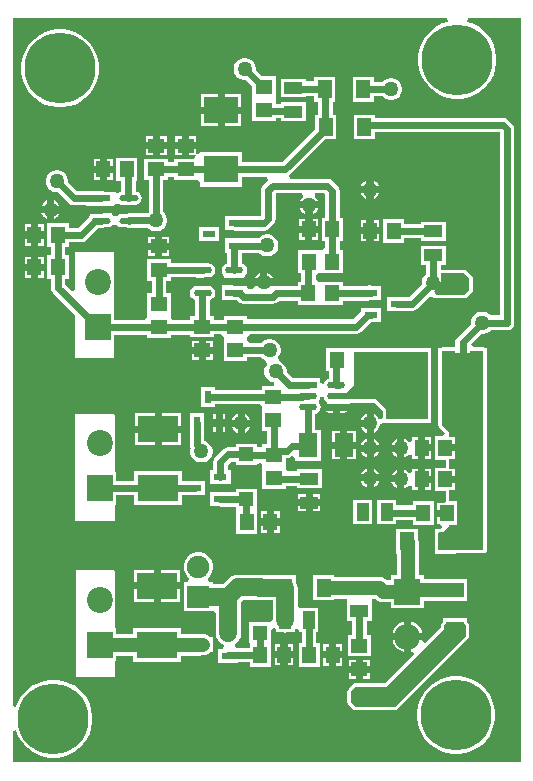
<source format=gtl>
G04*
G04 #@! TF.GenerationSoftware,Altium Limited,Altium Designer,24.10.1 (45)*
G04*
G04 Layer_Physical_Order=1*
G04 Layer_Color=255*
%FSLAX24Y24*%
%MOIN*%
G70*
G04*
G04 #@! TF.SameCoordinates,C6CBD9EB-9E9D-4DD1-ADCD-94E966FD8E1D*
G04*
G04*
G04 #@! TF.FilePolarity,Positive*
G04*
G01*
G75*
%ADD25R,0.0606X0.0223*%
G04:AMPARAMS|DCode=26|XSize=60.6mil|YSize=22.3mil|CornerRadius=11.1mil|HoleSize=0mil|Usage=FLASHONLY|Rotation=0.000|XOffset=0mil|YOffset=0mil|HoleType=Round|Shape=RoundedRectangle|*
%AMROUNDEDRECTD26*
21,1,0.0606,0.0000,0,0,0.0*
21,1,0.0383,0.0223,0,0,0.0*
1,1,0.0223,0.0192,0.0000*
1,1,0.0223,-0.0192,0.0000*
1,1,0.0223,-0.0192,0.0000*
1,1,0.0223,0.0192,0.0000*
%
%ADD26ROUNDEDRECTD26*%
%ADD27R,0.0645X0.0197*%
G04:AMPARAMS|DCode=28|XSize=64.5mil|YSize=19.7mil|CornerRadius=9.8mil|HoleSize=0mil|Usage=FLASHONLY|Rotation=0.000|XOffset=0mil|YOffset=0mil|HoleType=Round|Shape=RoundedRectangle|*
%AMROUNDEDRECTD28*
21,1,0.0645,0.0000,0,0,0.0*
21,1,0.0448,0.0197,0,0,0.0*
1,1,0.0197,0.0224,0.0000*
1,1,0.0197,-0.0224,0.0000*
1,1,0.0197,-0.0224,0.0000*
1,1,0.0197,0.0224,0.0000*
%
%ADD28ROUNDEDRECTD28*%
%ADD29R,0.0591X0.0394*%
%ADD30R,0.0394X0.0591*%
%ADD31R,0.0472X0.0591*%
%ADD32R,0.0591X0.0472*%
%ADD33R,0.1181X0.0906*%
%ADD34R,0.1378X0.0906*%
%ADD35R,0.0433X0.0236*%
%ADD36R,0.0236X0.0433*%
%ADD37R,0.0480X0.0472*%
%ADD38R,0.1378X0.2244*%
%ADD39R,0.0551X0.0472*%
%ADD40R,0.0472X0.0551*%
%ADD41R,0.0630X0.0787*%
%ADD42R,0.0472X0.0551*%
%ADD43R,0.0551X0.0472*%
%ADD67C,0.0236*%
%ADD68C,0.0472*%
%ADD69C,0.0591*%
%ADD70C,0.2362*%
%ADD71C,0.0748*%
%ADD72R,0.0748X0.0748*%
%ADD73C,0.0866*%
%ADD74R,0.0866X0.0866*%
%ADD75C,0.0500*%
G36*
X16929Y-30D02*
X0D01*
Y1021D01*
X118Y1040D01*
X154Y928D01*
X247Y746D01*
X367Y581D01*
X512Y436D01*
X677Y316D01*
X860Y223D01*
X1054Y160D01*
X1256Y128D01*
X1461D01*
X1663Y160D01*
X1857Y223D01*
X2039Y316D01*
X2205Y436D01*
X2349Y581D01*
X2469Y746D01*
X2562Y928D01*
X2625Y1123D01*
X2657Y1325D01*
Y1529D01*
X2625Y1731D01*
X2562Y1926D01*
X2469Y2108D01*
X2349Y2274D01*
X2205Y2418D01*
X2039Y2538D01*
X1857Y2631D01*
X1663Y2694D01*
X1461Y2726D01*
X1256D01*
X1054Y2694D01*
X860Y2631D01*
X677Y2538D01*
X512Y2418D01*
X367Y2274D01*
X247Y2108D01*
X154Y1926D01*
X118Y1815D01*
X0Y1833D01*
Y24774D01*
X14477D01*
X14496Y24656D01*
X14324Y24600D01*
X14142Y24507D01*
X13976Y24387D01*
X13832Y24242D01*
X13712Y24077D01*
X13619Y23894D01*
X13556Y23700D01*
X13524Y23498D01*
Y23293D01*
X13556Y23091D01*
X13619Y22897D01*
X13712Y22715D01*
X13832Y22549D01*
X13976Y22405D01*
X14142Y22284D01*
X14324Y22192D01*
X14519Y22128D01*
X14721Y22096D01*
X14925D01*
X15127Y22128D01*
X15322Y22192D01*
X15504Y22284D01*
X15669Y22405D01*
X15814Y22549D01*
X15934Y22715D01*
X16027Y22897D01*
X16090Y23091D01*
X16122Y23293D01*
Y23498D01*
X16090Y23700D01*
X16027Y23894D01*
X15934Y24077D01*
X15814Y24242D01*
X15669Y24387D01*
X15504Y24507D01*
X15322Y24600D01*
X15150Y24656D01*
X15168Y24774D01*
X16929D01*
Y-30D01*
D02*
G37*
%LPC*%
G36*
X10754Y22825D02*
X10045D01*
Y22672D01*
X9764D01*
Y22766D01*
X8937D01*
Y22136D01*
X9764D01*
Y22190D01*
X10045D01*
Y21998D01*
X10178D01*
Y21565D01*
X10085D01*
Y21079D01*
X8981Y19975D01*
X7657D01*
Y20305D01*
X6240D01*
Y20278D01*
X6122Y20220D01*
X6122Y20324D01*
Y20404D01*
X5886D01*
Y20207D01*
X6005D01*
X6110Y20207D01*
X6110Y20207D01*
X6054Y20089D01*
X5374D01*
Y19975D01*
X5177D01*
Y20089D01*
X4390D01*
Y19380D01*
X4543D01*
Y18321D01*
X4499Y18277D01*
X3903D01*
X3878Y18282D01*
X3786Y18264D01*
X3768Y18252D01*
X3641D01*
X3556Y18235D01*
X3484Y18188D01*
X3474Y18173D01*
X3339D01*
X3298Y18278D01*
X3305Y18287D01*
X2588D01*
X2595Y18278D01*
X2551Y18165D01*
X2544Y18155D01*
X2180Y17790D01*
X1860D01*
Y17943D01*
X1152D01*
Y17156D01*
X1265D01*
Y16870D01*
X1152D01*
Y16083D01*
X1265D01*
Y15797D01*
X1283Y15705D01*
X1336Y15627D01*
X2077Y14886D01*
Y13455D01*
X3386D01*
Y14228D01*
X4478D01*
Y14114D01*
X5266D01*
Y14228D01*
X5925D01*
Y14144D01*
X6713D01*
Y14242D01*
X6944D01*
X7028Y14159D01*
X7028Y14065D01*
X7028Y14026D01*
Y13356D01*
X7815D01*
Y13470D01*
X8283D01*
X8337Y13416D01*
X8421Y13368D01*
X8434Y13364D01*
X8470Y13232D01*
X8465Y13228D01*
X8417Y13144D01*
X8392Y13050D01*
Y12954D01*
X8417Y12860D01*
X8465Y12776D01*
X8534Y12707D01*
X8618Y12659D01*
X8711Y12634D01*
X8702Y12520D01*
X8297D01*
Y12395D01*
X6752D01*
Y12477D01*
X6280D01*
Y12177D01*
X6275Y12154D01*
Y12143D01*
X6280Y12119D01*
Y11808D01*
X6752D01*
Y11913D01*
X8259D01*
X8297Y11811D01*
Y11732D01*
X8297D01*
Y11024D01*
X8460D01*
Y10581D01*
X8317D01*
Y10473D01*
X8144D01*
Y10593D01*
X7427D01*
Y10479D01*
X7191D01*
X7099Y10461D01*
X7021Y10408D01*
X6756Y10144D01*
X6704Y10065D01*
X6685Y9973D01*
Y9716D01*
X6591D01*
Y9244D01*
X6903D01*
X6926Y9239D01*
X6949Y9244D01*
X7261D01*
Y9716D01*
X7167D01*
Y9874D01*
X7291Y9997D01*
X7427D01*
Y9884D01*
X8144D01*
Y9923D01*
X8262Y9963D01*
X8317Y9908D01*
X8317Y9793D01*
X8317Y9754D01*
Y9085D01*
X9104D01*
Y9188D01*
X9469D01*
Y9104D01*
X10295D01*
Y9734D01*
X9469D01*
Y9670D01*
X9188D01*
X9104Y9754D01*
X9104Y9872D01*
X9104Y9911D01*
Y10104D01*
X9134D01*
X9226Y10122D01*
X9301Y10172D01*
X9314Y10170D01*
X9419Y10122D01*
Y10030D01*
X10285D01*
Y11053D01*
X10085D01*
Y11579D01*
X10118Y11585D01*
X10194Y11636D01*
X10244Y11712D01*
X10262Y11801D01*
X10244Y11891D01*
X10194Y11967D01*
Y12010D01*
X10244Y12086D01*
X10255Y12138D01*
X10370D01*
X10381Y12111D01*
X10386Y12086D01*
X10413Y12045D01*
X10465Y11938D01*
X10452Y11919D01*
X11231D01*
X11238Y11931D01*
X11259Y11947D01*
X12066D01*
X12330Y11682D01*
Y11434D01*
X12222Y11397D01*
X12178Y11472D01*
X12117Y11533D01*
X12042Y11576D01*
X12033Y11578D01*
Y11270D01*
Y10961D01*
X12042Y10963D01*
X12117Y11007D01*
X12178Y11068D01*
X12222Y11143D01*
X12244Y11226D01*
Y11242D01*
X12343Y11289D01*
X12362Y11289D01*
X13957D01*
Y11406D01*
X13959Y11417D01*
Y13661D01*
X13957Y13673D01*
Y13770D01*
X13889D01*
X13885Y13773D01*
X13839Y13782D01*
X11949D01*
Y13789D01*
X11240D01*
Y13789D01*
X11161D01*
Y13789D01*
X10453D01*
Y13002D01*
X10547D01*
Y12772D01*
X10512Y12765D01*
X10436Y12715D01*
X10386Y12639D01*
X10376Y12589D01*
X10265Y12600D01*
X10258Y12616D01*
Y12779D01*
X9894D01*
X9836Y12790D01*
X9312D01*
X9128Y12974D01*
Y13050D01*
X9103Y13144D01*
X9054Y13228D01*
X8986Y13297D01*
X8902Y13345D01*
X8889Y13349D01*
X8853Y13480D01*
X8858Y13485D01*
X8906Y13569D01*
X8931Y13662D01*
Y13759D01*
X8906Y13853D01*
X8858Y13937D01*
X8789Y14005D01*
X8705Y14054D01*
X8611Y14079D01*
X8515D01*
X8421Y14054D01*
X8337Y14005D01*
X8283Y13951D01*
X7898D01*
X7815Y14035D01*
X7815Y14144D01*
X7902Y14257D01*
X11456D01*
X11548Y14276D01*
X11626Y14328D01*
X11944Y14645D01*
X11965Y14650D01*
X12277D01*
Y15122D01*
X11965D01*
X11942Y15127D01*
X11844D01*
X11820Y15122D01*
X11607D01*
Y14990D01*
X11356Y14739D01*
X7815D01*
Y14852D01*
X7028D01*
Y14724D01*
X6713D01*
Y14852D01*
X6560D01*
Y15393D01*
X6614Y15404D01*
X6690Y15455D01*
X6740Y15531D01*
X6758Y15620D01*
X6740Y15710D01*
X6690Y15786D01*
X6614Y15836D01*
X6524Y15854D01*
X6367D01*
X6332Y15861D01*
X6326D01*
X6291Y15854D01*
X6141D01*
X6051Y15836D01*
X5975Y15786D01*
X5925Y15710D01*
X5907Y15620D01*
X5925Y15531D01*
X5975Y15455D01*
X6051Y15404D01*
X6078Y15399D01*
Y14852D01*
X5925D01*
Y14709D01*
X5349D01*
X5266Y14793D01*
X5266Y14902D01*
X5266Y14941D01*
Y15610D01*
X5113D01*
Y16029D01*
X5266D01*
Y16142D01*
X6078D01*
X6154Y16127D01*
X6332D01*
X6367Y16134D01*
X6524D01*
X6614Y16152D01*
X6690Y16203D01*
X6740Y16279D01*
X6758Y16368D01*
X6740Y16458D01*
X6690Y16534D01*
X6614Y16584D01*
X6524Y16602D01*
X6367D01*
X6332Y16609D01*
X6215D01*
X6139Y16624D01*
X5266D01*
Y16738D01*
X4478D01*
Y16029D01*
X4631D01*
Y15610D01*
X4478D01*
Y14941D01*
X4478Y14823D01*
X4391Y14709D01*
X3386D01*
Y15020D01*
Y16968D01*
X3356Y16998D01*
X2077D01*
Y15721D01*
X1968Y15676D01*
X1747Y15897D01*
Y16083D01*
X1860D01*
Y16870D01*
X1747D01*
Y17156D01*
X1860D01*
Y17308D01*
X2279D01*
X2372Y17327D01*
X2450Y17379D01*
X2852Y17781D01*
X2923D01*
X3015Y17799D01*
X3027Y17807D01*
X3039Y17809D01*
X3041Y17811D01*
X3170D01*
X3255Y17828D01*
X3327Y17875D01*
X3337Y17890D01*
X3474D01*
X3484Y17875D01*
X3556Y17828D01*
X3641Y17811D01*
X3770D01*
X3772Y17809D01*
X3865Y17791D01*
X3868D01*
X3893Y17796D01*
X4509D01*
X4557Y17747D01*
X4641Y17698D01*
X4735Y17673D01*
X4832D01*
X4926Y17698D01*
X5009Y17747D01*
X5078Y17815D01*
X5126Y17899D01*
X5152Y17993D01*
Y18090D01*
X5126Y18183D01*
X5078Y18267D01*
X5024Y18321D01*
Y19380D01*
X5177D01*
Y19493D01*
X5374D01*
Y19380D01*
X6161D01*
X6240Y19294D01*
Y19163D01*
X7657D01*
Y19493D01*
X8489D01*
X8524Y19375D01*
X8492Y19353D01*
X8353Y19215D01*
X8301Y19137D01*
X8283Y19045D01*
Y18180D01*
X7398D01*
X7375Y18175D01*
X7064D01*
Y17703D01*
X7375D01*
X7398Y17698D01*
X8385D01*
X8477Y17716D01*
X8556Y17769D01*
X8694Y17907D01*
X8746Y17985D01*
X8764Y18077D01*
Y18942D01*
X9652D01*
X9684Y18824D01*
X9670Y18816D01*
X9609Y18755D01*
X9566Y18680D01*
X9563Y18671D01*
X10181D01*
X10178Y18680D01*
X10135Y18755D01*
X10074Y18816D01*
X10060Y18824D01*
X10092Y18942D01*
X10392D01*
X10419Y18916D01*
Y18130D01*
X10305D01*
Y17343D01*
X10414D01*
Y17141D01*
X10330Y17057D01*
X10217Y17057D01*
X10177Y17057D01*
X9508D01*
Y16270D01*
X9616D01*
Y15994D01*
X9498D01*
Y15841D01*
X8790D01*
X8763Y15866D01*
X8057D01*
X8060Y15857D01*
X8060Y15857D01*
X7992Y15739D01*
X7827D01*
X7809Y15850D01*
X7809Y15850D01*
X7809Y15850D01*
X7800Y15876D01*
X7388D01*
X6976D01*
X6967Y15850D01*
X6967D01*
Y15391D01*
X7304D01*
X7395Y15373D01*
X7429Y15379D01*
X7466D01*
X7518Y15328D01*
X7596Y15276D01*
X7688Y15257D01*
X8660D01*
X8752Y15276D01*
X8830Y15328D01*
X8862Y15360D01*
X9498D01*
Y15207D01*
X10167D01*
X10285Y15207D01*
X10325Y15207D01*
X10994D01*
Y15360D01*
X11818D01*
X11910Y15378D01*
X11921Y15385D01*
X11942D01*
X11965Y15390D01*
X12277D01*
Y15862D01*
X11965D01*
X11942Y15867D01*
X11844D01*
X11820Y15862D01*
X11607D01*
Y15841D01*
X10994D01*
Y15994D01*
X10325D01*
X10207Y15994D01*
X10111Y16073D01*
X10107Y16195D01*
X10182Y16270D01*
X10295Y16270D01*
X10335Y16270D01*
X11004D01*
Y17057D01*
X10895D01*
Y17343D01*
X11014D01*
Y18130D01*
X10900D01*
Y19016D01*
X10882Y19108D01*
X10830Y19186D01*
X10662Y19353D01*
X10584Y19406D01*
X10492Y19424D01*
X9254D01*
X9218Y19542D01*
X9251Y19564D01*
X10425Y20738D01*
X10793D01*
Y21565D01*
X10660D01*
Y21998D01*
X10754D01*
Y22825D01*
D02*
G37*
G36*
X12041D02*
X11333D01*
Y21998D01*
X12041D01*
Y22171D01*
X12329D01*
X12382Y22117D01*
X12466Y22068D01*
X12560Y22043D01*
X12657D01*
X12750Y22068D01*
X12834Y22117D01*
X12903Y22185D01*
X12951Y22269D01*
X12976Y22363D01*
Y22460D01*
X12951Y22554D01*
X12903Y22637D01*
X12834Y22706D01*
X12750Y22754D01*
X12657Y22780D01*
X12560D01*
X12466Y22754D01*
X12382Y22706D01*
X12329Y22652D01*
X12041D01*
Y22825D01*
D02*
G37*
G36*
X7618Y22234D02*
X7067D01*
Y21821D01*
X7618D01*
Y22234D01*
D02*
G37*
G36*
X6831D02*
X6280D01*
Y21821D01*
X6831D01*
Y22234D01*
D02*
G37*
G36*
X1677Y24400D02*
X1473D01*
X1271Y24368D01*
X1076Y24304D01*
X894Y24212D01*
X728Y24091D01*
X584Y23947D01*
X464Y23781D01*
X371Y23599D01*
X308Y23405D01*
X276Y23203D01*
Y22998D01*
X308Y22796D01*
X371Y22602D01*
X464Y22419D01*
X584Y22254D01*
X728Y22109D01*
X894Y21989D01*
X1076Y21896D01*
X1271Y21833D01*
X1473Y21801D01*
X1677D01*
X1879Y21833D01*
X2074Y21896D01*
X2256Y21989D01*
X2421Y22109D01*
X2566Y22254D01*
X2686Y22419D01*
X2779Y22602D01*
X2842Y22796D01*
X2874Y22998D01*
Y23203D01*
X2842Y23405D01*
X2779Y23599D01*
X2686Y23781D01*
X2566Y23947D01*
X2421Y24091D01*
X2256Y24212D01*
X2074Y24304D01*
X1879Y24368D01*
X1677Y24400D01*
D02*
G37*
G36*
X7785Y23449D02*
X7688D01*
X7594Y23424D01*
X7510Y23375D01*
X7442Y23307D01*
X7393Y23223D01*
X7368Y23129D01*
Y23032D01*
X7393Y22939D01*
X7442Y22855D01*
X7510Y22786D01*
X7594Y22738D01*
X7688Y22713D01*
X7764D01*
X7972Y22504D01*
Y22175D01*
X7972Y22057D01*
X7972Y22018D01*
Y21348D01*
X8760D01*
Y21442D01*
X8937D01*
Y21348D01*
X9764D01*
Y21978D01*
X8937D01*
Y21924D01*
X8760D01*
X8760Y22136D01*
X8760Y22175D01*
Y22844D01*
X8313D01*
X8104Y23053D01*
Y23129D01*
X8079Y23223D01*
X8031Y23307D01*
X7962Y23375D01*
X7878Y23424D01*
X7785Y23449D01*
D02*
G37*
G36*
X7618Y21585D02*
X7067D01*
Y21171D01*
X7618D01*
Y21585D01*
D02*
G37*
G36*
X6831D02*
X6280D01*
Y21171D01*
X6831D01*
Y21585D01*
D02*
G37*
G36*
X5138Y20837D02*
X4902D01*
Y20640D01*
X5138D01*
Y20837D01*
D02*
G37*
G36*
X4665D02*
X4429D01*
Y20640D01*
X4665D01*
Y20837D01*
D02*
G37*
G36*
X6122D02*
X5886D01*
Y20640D01*
X6122D01*
Y20837D01*
D02*
G37*
G36*
X5650D02*
X5413D01*
Y20640D01*
X5650D01*
Y20837D01*
D02*
G37*
G36*
X5138Y20404D02*
X4902D01*
Y20207D01*
X5138D01*
Y20404D01*
D02*
G37*
G36*
X4665D02*
X4429D01*
Y20207D01*
X4665D01*
Y20404D01*
D02*
G37*
G36*
X5650Y20404D02*
X5413D01*
Y20207D01*
X5650D01*
Y20404D01*
D02*
G37*
G36*
X3327Y20089D02*
X3130D01*
Y19852D01*
X3327D01*
Y20089D01*
D02*
G37*
G36*
X2894D02*
X2697D01*
Y19852D01*
X2894D01*
Y20089D01*
D02*
G37*
G36*
X3327Y19616D02*
X3130D01*
Y19380D01*
X3327D01*
Y19616D01*
D02*
G37*
G36*
X2894D02*
X2697D01*
Y19380D01*
X2894D01*
Y19616D01*
D02*
G37*
G36*
X12028Y19374D02*
Y19183D01*
X12218D01*
X12216Y19192D01*
X12173Y19267D01*
X12111Y19328D01*
X12036Y19371D01*
X12028Y19374D01*
D02*
G37*
G36*
X11791D02*
X11783Y19371D01*
X11708Y19328D01*
X11646Y19267D01*
X11603Y19192D01*
X11601Y19183D01*
X11791D01*
Y19374D01*
D02*
G37*
G36*
X4154Y20128D02*
X3445D01*
Y19341D01*
X3616D01*
Y18995D01*
X3556Y18984D01*
X3505Y18949D01*
X3419Y18976D01*
X3387Y18996D01*
X3383Y18996D01*
X3047D01*
X3039Y19002D01*
X2946Y19020D01*
X2137D01*
X1844Y19313D01*
Y19389D01*
X1819Y19483D01*
X1771Y19567D01*
X1702Y19635D01*
X1618Y19684D01*
X1525Y19709D01*
X1428D01*
X1334Y19684D01*
X1250Y19635D01*
X1182Y19567D01*
X1133Y19483D01*
X1108Y19389D01*
Y19292D01*
X1133Y19198D01*
X1182Y19115D01*
X1250Y19046D01*
X1334Y18998D01*
X1428Y18972D01*
X1504D01*
X1867Y18609D01*
X1945Y18557D01*
X2037Y18539D01*
X2457D01*
X2474Y18527D01*
X2477Y18524D01*
X3372D01*
X3387Y18563D01*
X3419Y18583D01*
X3505Y18610D01*
X3556Y18576D01*
X3641Y18559D01*
X3765D01*
X3768Y18557D01*
X3860Y18539D01*
X3865D01*
X3957Y18557D01*
X3959Y18559D01*
X4089D01*
X4173Y18576D01*
X4245Y18623D01*
X4293Y18695D01*
X4309Y18780D01*
X4293Y18864D01*
X4245Y18936D01*
X4173Y18984D01*
X4097Y18999D01*
Y19341D01*
X4154D01*
Y20128D01*
D02*
G37*
G36*
X12218Y18947D02*
X12028D01*
Y18756D01*
X12036Y18759D01*
X12111Y18802D01*
X12173Y18863D01*
X12216Y18938D01*
X12218Y18947D01*
D02*
G37*
G36*
X11791D02*
X11601D01*
X11603Y18938D01*
X11646Y18863D01*
X11708Y18802D01*
X11783Y18759D01*
X11791Y18756D01*
Y18947D01*
D02*
G37*
G36*
X1378Y18704D02*
Y18514D01*
X1569D01*
X1566Y18523D01*
X1523Y18598D01*
X1462Y18659D01*
X1387Y18702D01*
X1378Y18704D01*
D02*
G37*
G36*
X1142D02*
X1133Y18702D01*
X1058Y18659D01*
X997Y18598D01*
X953Y18523D01*
X951Y18514D01*
X1142D01*
Y18704D01*
D02*
G37*
G36*
X10181Y18435D02*
X9990D01*
Y18244D01*
X9999Y18247D01*
X10074Y18290D01*
X10135Y18351D01*
X10178Y18426D01*
X10181Y18435D01*
D02*
G37*
G36*
X9754D02*
X9563D01*
X9566Y18426D01*
X9609Y18351D01*
X9670Y18290D01*
X9745Y18247D01*
X9754Y18244D01*
Y18435D01*
D02*
G37*
G36*
X1569Y18278D02*
X1378D01*
Y18087D01*
X1387Y18089D01*
X1462Y18133D01*
X1523Y18194D01*
X1566Y18269D01*
X1569Y18278D01*
D02*
G37*
G36*
X1142D02*
X951D01*
X953Y18269D01*
X997Y18194D01*
X1058Y18133D01*
X1133Y18089D01*
X1142Y18087D01*
Y18278D01*
D02*
G37*
G36*
X10187Y18091D02*
X9990D01*
Y17854D01*
X10187D01*
Y18091D01*
D02*
G37*
G36*
X9754D02*
X9557D01*
Y17854D01*
X9754D01*
Y18091D01*
D02*
G37*
G36*
X12224Y18041D02*
X12028D01*
Y17805D01*
X12224D01*
Y18041D01*
D02*
G37*
G36*
X11791D02*
X11594D01*
Y17805D01*
X11791D01*
Y18041D01*
D02*
G37*
G36*
X1033Y17904D02*
X837D01*
Y17667D01*
X1033D01*
Y17904D01*
D02*
G37*
G36*
X600D02*
X404D01*
Y17667D01*
X600D01*
Y17904D01*
D02*
G37*
G36*
X10187Y17618D02*
X9990D01*
Y17382D01*
X10187D01*
Y17618D01*
D02*
G37*
G36*
X9754D02*
X9557D01*
Y17382D01*
X9754D01*
Y17618D01*
D02*
G37*
G36*
X13051Y18081D02*
X12343D01*
Y17293D01*
X13051D01*
Y17436D01*
X13612D01*
Y17352D01*
X14439D01*
Y17982D01*
X13612D01*
Y17918D01*
X13051D01*
Y18081D01*
D02*
G37*
G36*
X12224Y17569D02*
X12028D01*
Y17333D01*
X12224D01*
Y17569D01*
D02*
G37*
G36*
X11791D02*
X11594D01*
Y17333D01*
X11791D01*
Y17569D01*
D02*
G37*
G36*
X6873Y17805D02*
X6204D01*
Y17333D01*
X6873D01*
Y17805D01*
D02*
G37*
G36*
X5226Y17486D02*
X4990D01*
Y17289D01*
X5226D01*
Y17486D01*
D02*
G37*
G36*
X4754D02*
X4518D01*
Y17289D01*
X4754D01*
Y17486D01*
D02*
G37*
G36*
X1033Y17431D02*
X837D01*
Y17195D01*
X1033D01*
Y17431D01*
D02*
G37*
G36*
X600D02*
X404D01*
Y17195D01*
X600D01*
Y17431D01*
D02*
G37*
G36*
X5226Y17053D02*
X4990D01*
Y16856D01*
X5226D01*
Y17053D01*
D02*
G37*
G36*
X4754D02*
X4518D01*
Y16856D01*
X4754D01*
Y17053D01*
D02*
G37*
G36*
X8533Y17573D02*
X8436D01*
X8342Y17548D01*
X8258Y17499D01*
X8199Y17440D01*
X7393D01*
X7370Y17435D01*
X7064D01*
Y16963D01*
X7152D01*
Y16593D01*
X7107Y16584D01*
X7031Y16534D01*
X6980Y16458D01*
X6962Y16368D01*
X6980Y16279D01*
X7007Y16238D01*
X7059Y16131D01*
X7047Y16112D01*
X7388D01*
X7729D01*
X7717Y16131D01*
X7769Y16238D01*
X7796Y16279D01*
X7814Y16368D01*
X7796Y16458D01*
X7745Y16534D01*
X7669Y16584D01*
X7634Y16591D01*
Y16958D01*
X8210D01*
X8258Y16910D01*
X8342Y16862D01*
X8436Y16837D01*
X8533D01*
X8626Y16862D01*
X8710Y16910D01*
X8779Y16979D01*
X8827Y17063D01*
X8852Y17156D01*
Y17253D01*
X8827Y17347D01*
X8779Y17431D01*
X8710Y17499D01*
X8626Y17548D01*
X8533Y17573D01*
D02*
G37*
G36*
X1033Y16831D02*
X837D01*
Y16594D01*
X1033D01*
Y16831D01*
D02*
G37*
G36*
X600D02*
X404D01*
Y16594D01*
X600D01*
Y16831D01*
D02*
G37*
G36*
X1033Y16358D02*
X837D01*
Y16122D01*
X1033D01*
Y16358D01*
D02*
G37*
G36*
X600D02*
X404D01*
Y16122D01*
X600D01*
Y16358D01*
D02*
G37*
G36*
X8484Y16293D02*
Y16102D01*
X8675D01*
X8672Y16111D01*
X8629Y16186D01*
X8568Y16247D01*
X8493Y16291D01*
X8484Y16293D01*
D02*
G37*
G36*
X8248D02*
X8239Y16291D01*
X8164Y16247D01*
X8103Y16186D01*
X8060Y16111D01*
X8057Y16102D01*
X8248D01*
Y16293D01*
D02*
G37*
G36*
X14439Y17195D02*
X13612D01*
Y16565D01*
X13785D01*
Y16252D01*
X13770Y16243D01*
X13701Y16175D01*
X13653Y16091D01*
X13628Y15997D01*
Y15921D01*
X13203Y15497D01*
X12802D01*
X12779Y15492D01*
X12467D01*
Y15020D01*
X12779D01*
X12802Y15015D01*
X13303D01*
X13395Y15033D01*
X13473Y15086D01*
X13884Y15496D01*
X14018Y15476D01*
X14042Y15460D01*
X14057Y15450D01*
X14103Y15441D01*
X15059D01*
X15105Y15450D01*
X15144Y15476D01*
X15144Y15476D01*
X15302Y15633D01*
X15328Y15672D01*
X15337Y15718D01*
X15337Y15719D01*
Y16112D01*
X15328Y16158D01*
X15302Y16197D01*
X15302Y16197D01*
X15144Y16355D01*
X15105Y16381D01*
X15059Y16390D01*
X15059Y16390D01*
X14266D01*
Y16565D01*
X14439D01*
Y17195D01*
D02*
G37*
G36*
X12081Y21565D02*
X11372D01*
Y20738D01*
X12081D01*
Y20980D01*
X16236D01*
Y14867D01*
X15929D01*
X15876Y14921D01*
X15792Y14969D01*
X15698Y14994D01*
X15601D01*
X15508Y14969D01*
X15424Y14921D01*
X15355Y14852D01*
X15307Y14768D01*
X15281Y14674D01*
Y14598D01*
X14830Y14147D01*
X14777Y14069D01*
X14759Y13976D01*
Y13802D01*
X14311D01*
X14265Y13792D01*
X14231Y13770D01*
X14193D01*
Y13693D01*
X14191Y13681D01*
Y11220D01*
X14191Y11220D01*
X14200Y11174D01*
X14226Y11135D01*
X14226Y11135D01*
X14397Y10965D01*
X14348Y10846D01*
X14065D01*
Y10059D01*
X14437D01*
Y9793D01*
X14065D01*
Y9006D01*
X14437D01*
Y8671D01*
X14404Y8632D01*
X14154D01*
Y8396D01*
X14469D01*
Y8159D01*
X14154D01*
Y7923D01*
X14254D01*
X14308Y7805D01*
X14262Y7746D01*
X14075D01*
Y7620D01*
X14072Y7608D01*
Y7057D01*
X14075Y7045D01*
Y6919D01*
X14783D01*
Y6937D01*
X15689D01*
X15735Y6946D01*
X15774Y6972D01*
X15800Y7011D01*
X15809Y7057D01*
Y13681D01*
X15807Y13693D01*
Y13770D01*
X15769D01*
X15735Y13792D01*
X15689Y13802D01*
X15333D01*
X15284Y13920D01*
X15622Y14258D01*
X15698D01*
X15792Y14283D01*
X15876Y14331D01*
X15929Y14385D01*
X16432D01*
X16476Y14376D01*
X16569Y14395D01*
X16647Y14447D01*
X16699Y14525D01*
X16717Y14617D01*
Y21082D01*
X16699Y21174D01*
X16647Y21252D01*
X16508Y21391D01*
X16430Y21443D01*
X16338Y21461D01*
X12081D01*
Y21565D01*
D02*
G37*
G36*
X6673Y14026D02*
X6437D01*
Y13829D01*
X6673D01*
Y14026D01*
D02*
G37*
G36*
X6201D02*
X5965D01*
Y13829D01*
X6201D01*
Y14026D01*
D02*
G37*
G36*
X6673Y13593D02*
X6437D01*
Y13396D01*
X6673D01*
Y13593D01*
D02*
G37*
G36*
X6201D02*
X5965D01*
Y13396D01*
X6201D01*
Y13593D01*
D02*
G37*
G36*
X11135Y11683D02*
X10912D01*
Y11607D01*
X10985D01*
X11059Y11622D01*
X11122Y11664D01*
X11135Y11683D01*
D02*
G37*
G36*
X10675D02*
X10452D01*
X10465Y11664D01*
X10528Y11622D01*
X10602Y11607D01*
X10675D01*
Y11683D01*
D02*
G37*
G36*
X7083Y11578D02*
X7004D01*
Y11401D01*
X7083D01*
Y11578D01*
D02*
G37*
G36*
X6768D02*
X6689D01*
Y11401D01*
X6768D01*
Y11578D01*
D02*
G37*
G36*
X11797Y11578D02*
X11788Y11576D01*
X11714Y11533D01*
X11652Y11472D01*
X11609Y11397D01*
X11607Y11388D01*
X11797D01*
Y11578D01*
D02*
G37*
G36*
X7736D02*
Y11388D01*
X7927D01*
X7924Y11397D01*
X7881Y11472D01*
X7820Y11533D01*
X7745Y11576D01*
X7736Y11578D01*
D02*
G37*
G36*
X7500D02*
X7491Y11576D01*
X7416Y11533D01*
X7355Y11472D01*
X7312Y11397D01*
X7309Y11388D01*
X7500D01*
Y11578D01*
D02*
G37*
G36*
X5620Y11610D02*
X4970D01*
Y11197D01*
X5620D01*
Y11610D01*
D02*
G37*
G36*
X4734D02*
X4085D01*
Y11197D01*
X4734D01*
Y11610D01*
D02*
G37*
G36*
X7083Y11164D02*
X7004D01*
Y10987D01*
X7083D01*
Y11164D01*
D02*
G37*
G36*
X6768D02*
X6689D01*
Y10987D01*
X6768D01*
Y11164D01*
D02*
G37*
G36*
X11797Y11152D02*
X11607D01*
X11609Y11143D01*
X11652Y11068D01*
X11714Y11007D01*
X11788Y10963D01*
X11797Y10961D01*
Y11152D01*
D02*
G37*
G36*
X7927D02*
X7736D01*
Y10961D01*
X7745Y10963D01*
X7820Y11007D01*
X7881Y11068D01*
X7924Y11143D01*
X7927Y11152D01*
D02*
G37*
G36*
X7500D02*
X7309D01*
X7312Y11143D01*
X7355Y11068D01*
X7416Y11007D01*
X7491Y10963D01*
X7500Y10961D01*
Y11152D01*
D02*
G37*
G36*
X11427Y11014D02*
X11152D01*
Y10659D01*
X11427D01*
Y11014D01*
D02*
G37*
G36*
X10915D02*
X10640D01*
Y10659D01*
X10915D01*
Y11014D01*
D02*
G37*
G36*
X13514Y10807D02*
X13317D01*
Y10672D01*
X13199Y10640D01*
X13196Y10645D01*
X13135Y10706D01*
X13060Y10749D01*
X13051Y10752D01*
Y10443D01*
Y10134D01*
X13060Y10137D01*
X13135Y10180D01*
X13196Y10241D01*
X13199Y10246D01*
X13317Y10214D01*
Y10098D01*
X13514D01*
Y10453D01*
Y10807D01*
D02*
G37*
G36*
X13947D02*
X13750D01*
Y10571D01*
X13947D01*
Y10807D01*
D02*
G37*
G36*
X12815Y10752D02*
X12806Y10749D01*
X12731Y10706D01*
X12670Y10645D01*
X12627Y10570D01*
X12624Y10561D01*
X12815D01*
Y10752D01*
D02*
G37*
G36*
X12033D02*
Y10561D01*
X12224D01*
X12222Y10570D01*
X12178Y10645D01*
X12117Y10706D01*
X12042Y10749D01*
X12033Y10752D01*
D02*
G37*
G36*
X11797D02*
X11788Y10749D01*
X11714Y10706D01*
X11652Y10645D01*
X11609Y10570D01*
X11607Y10561D01*
X11797D01*
Y10752D01*
D02*
G37*
G36*
X5620Y10961D02*
X4970D01*
Y10547D01*
X5620D01*
Y10961D01*
D02*
G37*
G36*
X4734D02*
X4085D01*
Y10547D01*
X4734D01*
Y10961D01*
D02*
G37*
G36*
X12815Y10325D02*
X12624D01*
X12627Y10316D01*
X12670Y10241D01*
X12731Y10180D01*
X12806Y10137D01*
X12815Y10134D01*
Y10325D01*
D02*
G37*
G36*
X12224D02*
X12033D01*
Y10134D01*
X12042Y10137D01*
X12117Y10180D01*
X12178Y10241D01*
X12222Y10316D01*
X12224Y10325D01*
D02*
G37*
G36*
X11797D02*
X11607D01*
X11609Y10316D01*
X11652Y10241D01*
X11714Y10180D01*
X11788Y10137D01*
X11797Y10134D01*
Y10325D01*
D02*
G37*
G36*
X13947Y10335D02*
X13750D01*
Y10098D01*
X13947D01*
Y10335D01*
D02*
G37*
G36*
X11427Y10423D02*
X11152D01*
Y10069D01*
X11427D01*
Y10423D01*
D02*
G37*
G36*
X10915D02*
X10640D01*
Y10069D01*
X10915D01*
Y10423D01*
D02*
G37*
G36*
X6382Y11617D02*
X5910D01*
Y11306D01*
X5905Y11283D01*
Y10554D01*
X5923Y10461D01*
X5940Y10437D01*
X5925Y10383D01*
Y10286D01*
X5950Y10193D01*
X5999Y10109D01*
X6067Y10040D01*
X6151Y9992D01*
X6245Y9967D01*
X6342D01*
X6435Y9992D01*
X6519Y10040D01*
X6588Y10109D01*
X6636Y10193D01*
X6661Y10286D01*
Y10383D01*
X6636Y10477D01*
X6588Y10561D01*
X6519Y10629D01*
X6435Y10678D01*
X6387Y10691D01*
Y11283D01*
X6382Y11306D01*
Y11617D01*
D02*
G37*
G36*
X13514Y9754D02*
X13317D01*
Y9648D01*
X13199Y9616D01*
X13196Y9621D01*
X13135Y9682D01*
X13060Y9726D01*
X13051Y9728D01*
Y9419D01*
Y9111D01*
X13060Y9113D01*
X13135Y9156D01*
X13196Y9217D01*
X13199Y9222D01*
X13317Y9190D01*
Y9045D01*
X13514D01*
Y9400D01*
Y9754D01*
D02*
G37*
G36*
X12033Y9767D02*
Y9577D01*
X12224D01*
X12222Y9586D01*
X12178Y9661D01*
X12117Y9722D01*
X12042Y9765D01*
X12033Y9767D01*
D02*
G37*
G36*
X11797D02*
X11788Y9765D01*
X11714Y9722D01*
X11652Y9661D01*
X11609Y9586D01*
X11607Y9577D01*
X11797D01*
Y9767D01*
D02*
G37*
G36*
X12815Y9728D02*
X12806Y9726D01*
X12731Y9682D01*
X12670Y9621D01*
X12627Y9546D01*
X12624Y9537D01*
X12815D01*
Y9728D01*
D02*
G37*
G36*
X13947Y9754D02*
X13750D01*
Y9518D01*
X13947D01*
Y9754D01*
D02*
G37*
G36*
X12224Y9341D02*
X12033D01*
Y9150D01*
X12042Y9152D01*
X12117Y9196D01*
X12178Y9257D01*
X12222Y9332D01*
X12224Y9341D01*
D02*
G37*
G36*
X11797D02*
X11607D01*
X11609Y9332D01*
X11652Y9257D01*
X11714Y9196D01*
X11788Y9152D01*
X11797Y9150D01*
Y9341D01*
D02*
G37*
G36*
X12815Y9301D02*
X12624D01*
X12627Y9292D01*
X12670Y9217D01*
X12731Y9156D01*
X12806Y9113D01*
X12815Y9111D01*
Y9301D01*
D02*
G37*
G36*
X13947Y9281D02*
X13750D01*
Y9045D01*
X13947D01*
Y9281D01*
D02*
G37*
G36*
X10256Y8907D02*
X10000D01*
Y8750D01*
X10256D01*
Y8907D01*
D02*
G37*
G36*
X9764D02*
X9508D01*
Y8750D01*
X9764D01*
Y8907D01*
D02*
G37*
G36*
X3366Y11575D02*
X2087D01*
Y8031D01*
X3396D01*
Y8559D01*
X3455D01*
Y8869D01*
X4045D01*
Y8539D01*
X5659D01*
Y8869D01*
X6066D01*
X6089Y8874D01*
X6401D01*
Y9346D01*
X6089D01*
X6066Y9351D01*
X5659D01*
Y9681D01*
X4045D01*
Y9351D01*
X3455D01*
Y9661D01*
X3396D01*
Y10469D01*
X3415Y10543D01*
Y10678D01*
X3396Y10751D01*
Y11545D01*
X3366Y11575D01*
D02*
G37*
G36*
X10256Y8514D02*
X10000D01*
Y8356D01*
X10256D01*
Y8514D01*
D02*
G37*
G36*
X9764D02*
X9508D01*
Y8356D01*
X9764D01*
Y8514D01*
D02*
G37*
G36*
X8898Y8337D02*
X8701D01*
Y8100D01*
X8898D01*
Y8337D01*
D02*
G37*
G36*
X8465D02*
X8268D01*
Y8100D01*
X8465D01*
Y8337D01*
D02*
G37*
G36*
X11988Y8730D02*
X11358D01*
Y7904D01*
X11988D01*
Y8730D01*
D02*
G37*
G36*
X12776D02*
X12146D01*
Y7904D01*
X12776D01*
Y8056D01*
X13327D01*
Y7884D01*
X14035D01*
Y8671D01*
X13327D01*
Y8538D01*
X12776D01*
Y8730D01*
D02*
G37*
G36*
X8898Y7864D02*
X8701D01*
Y7628D01*
X8898D01*
Y7864D01*
D02*
G37*
G36*
X8465D02*
X8268D01*
Y7628D01*
X8465D01*
Y7864D01*
D02*
G37*
G36*
X8144Y9093D02*
X7427D01*
Y8981D01*
X6926D01*
X6903Y8976D01*
X6591D01*
Y8504D01*
X6903D01*
X6926Y8499D01*
X7427D01*
Y8384D01*
X7441Y8376D01*
Y7589D01*
X8150D01*
Y8376D01*
X8150D01*
X8144Y8384D01*
Y9093D01*
D02*
G37*
G36*
X13496Y7746D02*
X12787D01*
Y7356D01*
X12784Y7333D01*
X12787Y7309D01*
Y6919D01*
X12812D01*
Y6215D01*
X12608D01*
Y6060D01*
X12490Y6037D01*
X12485Y6042D01*
X12411Y6099D01*
X12325Y6135D01*
X12232Y6147D01*
X10726D01*
Y6203D01*
X10018D01*
Y5813D01*
X10015Y5789D01*
X10018Y5766D01*
Y5376D01*
X10726D01*
Y5432D01*
X11134D01*
X11142Y5317D01*
X11142Y5314D01*
Y4687D01*
X11314D01*
Y4213D01*
X11161D01*
Y3504D01*
X11949D01*
Y4213D01*
X11796D01*
Y4687D01*
X11968D01*
Y5314D01*
X11968Y5317D01*
X11975Y5412D01*
X12094Y5423D01*
X12106Y5411D01*
X12180Y5354D01*
X12266Y5318D01*
X12358Y5306D01*
X12608D01*
Y5112D01*
X13711D01*
Y5361D01*
X14744D01*
X14767Y5364D01*
X15157D01*
Y6073D01*
X14767D01*
X14744Y6076D01*
X13711D01*
Y6215D01*
X13527D01*
Y7305D01*
X13527Y7305D01*
X13514Y7398D01*
X13496Y7442D01*
Y7746D01*
D02*
G37*
G36*
X5581Y6388D02*
X4931D01*
Y5974D01*
X5581D01*
Y6388D01*
D02*
G37*
G36*
X4695D02*
X4045D01*
Y5974D01*
X4695D01*
Y6388D01*
D02*
G37*
G36*
X5581Y5738D02*
X4931D01*
Y5325D01*
X5581D01*
Y5738D01*
D02*
G37*
G36*
X4695D02*
X4045D01*
Y5325D01*
X4695D01*
Y5738D01*
D02*
G37*
G36*
X13278Y4662D02*
Y4281D01*
X13658D01*
X13636Y4361D01*
X13569Y4478D01*
X13474Y4573D01*
X13357Y4640D01*
X13278Y4662D01*
D02*
G37*
G36*
X13041Y4662D02*
X12962Y4640D01*
X12845Y4573D01*
X12750Y4478D01*
X12683Y4361D01*
X12661Y4281D01*
X13041D01*
Y4662D01*
D02*
G37*
G36*
X15157Y4785D02*
X14331D01*
Y4649D01*
X14305Y4623D01*
X14279Y4583D01*
X14269Y4537D01*
X14269Y4537D01*
Y4469D01*
X13756Y3956D01*
X13650Y4017D01*
X13658Y4045D01*
X13278D01*
Y3665D01*
X13306Y3673D01*
X13367Y3567D01*
X12411Y2611D01*
X11437D01*
X11437Y2611D01*
X11391Y2601D01*
X11352Y2575D01*
X11352Y2575D01*
X11194Y2418D01*
X11168Y2379D01*
X11159Y2333D01*
X11159Y2333D01*
Y1978D01*
X11159Y1978D01*
X11168Y1932D01*
X11194Y1893D01*
X11194Y1893D01*
X11352Y1736D01*
X11391Y1710D01*
X11437Y1700D01*
X11437Y1700D01*
X12736D01*
X12782Y1710D01*
X12821Y1736D01*
X12821Y1736D01*
X15184Y4098D01*
X15210Y4137D01*
X15219Y4183D01*
X15219Y4183D01*
Y4537D01*
X15219Y4537D01*
X15210Y4583D01*
X15184Y4623D01*
X15184Y4623D01*
X15157Y4649D01*
Y4785D01*
D02*
G37*
G36*
X9359Y3908D02*
X9162D01*
Y3672D01*
X9359D01*
Y3908D01*
D02*
G37*
G36*
X8926D02*
X8729D01*
Y3672D01*
X8926D01*
Y3908D01*
D02*
G37*
G36*
X10984Y3907D02*
X10787D01*
Y3671D01*
X10984D01*
Y3907D01*
D02*
G37*
G36*
X10551D02*
X10354D01*
Y3671D01*
X10551D01*
Y3907D01*
D02*
G37*
G36*
X13041Y4045D02*
X12661D01*
X12683Y3966D01*
X12750Y3849D01*
X12845Y3754D01*
X12962Y3686D01*
X13041Y3665D01*
Y4045D01*
D02*
G37*
G36*
X3376Y6368D02*
X2096D01*
Y2825D01*
X3406D01*
Y3333D01*
X3455D01*
Y3526D01*
X4006D01*
Y3317D01*
X5620D01*
Y3530D01*
X6224D01*
X6298Y3540D01*
X6332D01*
X6424Y3552D01*
X6510Y3588D01*
X6585Y3645D01*
X6597Y3661D01*
X6666D01*
Y3780D01*
X6677Y3805D01*
X6689Y3898D01*
X6677Y3990D01*
X6666Y4016D01*
Y4134D01*
X6597D01*
X6585Y4150D01*
X6510Y4207D01*
X6424Y4243D01*
X6332Y4255D01*
X6233D01*
X6233Y4255D01*
X6159Y4245D01*
X5620D01*
Y4459D01*
X4006D01*
Y4241D01*
X3455D01*
Y4435D01*
X3406D01*
Y5280D01*
X3415Y5316D01*
Y5451D01*
X3406Y5488D01*
Y6339D01*
X3376Y6368D01*
D02*
G37*
G36*
X9359Y3436D02*
X9162D01*
Y3200D01*
X9359D01*
Y3436D01*
D02*
G37*
G36*
X8926D02*
X8729D01*
Y3200D01*
X8926D01*
Y3436D01*
D02*
G37*
G36*
X10984Y3435D02*
X10787D01*
Y3199D01*
X10984D01*
Y3435D01*
D02*
G37*
G36*
X10551D02*
X10354D01*
Y3199D01*
X10551D01*
Y3435D01*
D02*
G37*
G36*
X11909Y3386D02*
X11673D01*
Y3189D01*
X11909D01*
Y3386D01*
D02*
G37*
G36*
X11437D02*
X11201D01*
Y3189D01*
X11437D01*
Y3386D01*
D02*
G37*
G36*
X6256Y6988D02*
X6126D01*
X6001Y6955D01*
X5889Y6890D01*
X5797Y6798D01*
X5732Y6686D01*
X5699Y6561D01*
Y6431D01*
X5732Y6306D01*
X5797Y6194D01*
X5885Y6106D01*
X5884Y6088D01*
X5850Y5988D01*
X5699D01*
Y5004D01*
X6683D01*
X6775Y4940D01*
Y4268D01*
X6789Y4160D01*
X6831Y4059D01*
X6897Y3973D01*
X6983Y3907D01*
X7043Y3882D01*
X7019Y3764D01*
X6857D01*
Y3291D01*
X7526D01*
Y3316D01*
X7902D01*
Y3160D01*
X8611D01*
Y3948D01*
X8606D01*
Y4395D01*
X8724Y4447D01*
X8770Y4405D01*
Y4301D01*
X9058D01*
X9085Y4298D01*
X9112Y4301D01*
X9400D01*
Y4406D01*
X9458Y4443D01*
X9557Y4384D01*
Y4301D01*
X9636D01*
Y3947D01*
X9528D01*
Y3159D01*
X10236D01*
Y3947D01*
X10118D01*
Y4301D01*
X10187D01*
Y5128D01*
X9620D01*
X9557Y5128D01*
X9502Y5223D01*
Y5789D01*
X9487Y5897D01*
X9446Y5998D01*
X9439Y6007D01*
Y6203D01*
X9112D01*
X9085Y6206D01*
X9085Y6206D01*
X8347D01*
X8338Y6210D01*
X8230Y6224D01*
X7510D01*
X7510Y6224D01*
X7402Y6210D01*
X7301Y6168D01*
X7215Y6102D01*
X7215Y6102D01*
X7019Y5906D01*
X6683D01*
Y5988D01*
X6532D01*
X6498Y6088D01*
X6497Y6106D01*
X6585Y6194D01*
X6650Y6306D01*
X6683Y6431D01*
Y6561D01*
X6650Y6686D01*
X6585Y6798D01*
X6493Y6890D01*
X6381Y6955D01*
X6256Y6988D01*
D02*
G37*
G36*
X11909Y2953D02*
X11673D01*
Y2756D01*
X11909D01*
Y2953D01*
D02*
G37*
G36*
X11437D02*
X11201D01*
Y2756D01*
X11437D01*
Y2953D01*
D02*
G37*
G36*
X14886Y2844D02*
X14681D01*
X14479Y2812D01*
X14285Y2749D01*
X14103Y2656D01*
X13937Y2536D01*
X13792Y2392D01*
X13672Y2226D01*
X13579Y2044D01*
X13516Y1850D01*
X13484Y1648D01*
Y1443D01*
X13516Y1241D01*
X13579Y1047D01*
X13672Y864D01*
X13792Y699D01*
X13937Y554D01*
X14103Y434D01*
X14285Y341D01*
X14479Y278D01*
X14681Y246D01*
X14886D01*
X15088Y278D01*
X15282Y341D01*
X15464Y434D01*
X15630Y554D01*
X15774Y699D01*
X15895Y864D01*
X15987Y1047D01*
X16051Y1241D01*
X16083Y1443D01*
Y1648D01*
X16051Y1850D01*
X15987Y2044D01*
X15895Y2226D01*
X15774Y2392D01*
X15630Y2536D01*
X15464Y2656D01*
X15282Y2749D01*
X15088Y2812D01*
X14886Y2844D01*
D02*
G37*
%LPD*%
G36*
X13839Y11417D02*
X12451D01*
Y11732D01*
X12116Y12067D01*
X10689D01*
Y12283D01*
X11112D01*
X11368Y12539D01*
Y13661D01*
X13839D01*
Y11417D01*
D02*
G37*
G36*
X15217Y16112D02*
Y15718D01*
X15059Y15561D01*
X14103D01*
X14058Y15670D01*
X14166Y15779D01*
X14219Y15857D01*
X14224Y15883D01*
X14248Y15920D01*
X14266Y16012D01*
Y16270D01*
X15059D01*
X15217Y16112D01*
D02*
G37*
G36*
X15689Y7057D02*
X14193D01*
Y7608D01*
X14331D01*
X14557Y7835D01*
Y7884D01*
X14823D01*
Y8671D01*
X14557D01*
Y9045D01*
X14734D01*
Y9281D01*
X14419D01*
Y9518D01*
X14734D01*
Y9754D01*
X14557D01*
Y10098D01*
X14734D01*
Y10335D01*
X14419D01*
Y10571D01*
X14734D01*
Y10807D01*
X14557D01*
Y10974D01*
X14311Y11220D01*
Y13681D01*
X14759D01*
Y12530D01*
X14777Y12437D01*
X14830Y12359D01*
X14908Y12307D01*
X15000Y12289D01*
X15092Y12307D01*
X15170Y12359D01*
X15223Y12437D01*
X15241Y12530D01*
Y13681D01*
X15689D01*
Y7057D01*
D02*
G37*
G36*
X15098Y4537D02*
Y4183D01*
X12736Y1821D01*
X11437D01*
X11280Y1978D01*
Y2333D01*
X11437Y2490D01*
X12461D01*
X14390Y4419D01*
Y4537D01*
X14508Y4656D01*
X14980D01*
X15098Y4537D01*
D02*
G37*
G36*
X8140Y5387D02*
X8248Y5372D01*
X8668D01*
Y4736D01*
X8642Y4698D01*
X8558Y4644D01*
X7890D01*
Y3935D01*
X7902D01*
Y3798D01*
X7446D01*
X7414Y3873D01*
X7413Y3916D01*
X7487Y3973D01*
X7553Y4059D01*
X7595Y4160D01*
X7609Y4268D01*
Y5316D01*
X7683Y5390D01*
X8132D01*
X8140Y5387D01*
D02*
G37*
D25*
X9836Y12549D02*
D03*
X7388Y15620D02*
D03*
D26*
X9836Y12175D02*
D03*
Y11801D02*
D03*
X10793D02*
D03*
Y12175D02*
D03*
Y12549D02*
D03*
X6332Y15620D02*
D03*
Y16368D02*
D03*
X7388D02*
D03*
Y15994D02*
D03*
D27*
X2946Y18780D02*
D03*
D28*
Y18406D02*
D03*
Y18032D02*
D03*
X3865D02*
D03*
Y18780D02*
D03*
D29*
X9882Y8632D02*
D03*
Y9419D02*
D03*
X9350Y21663D02*
D03*
Y22451D02*
D03*
X11555Y5002D02*
D03*
Y5789D02*
D03*
X14026Y16880D02*
D03*
Y17667D02*
D03*
D30*
X12461Y8317D02*
D03*
X11673D02*
D03*
X9872Y4715D02*
D03*
X9085D02*
D03*
D31*
X10439Y21152D02*
D03*
X11726D02*
D03*
X10400Y22411D02*
D03*
X11687D02*
D03*
X13142Y7333D02*
D03*
X14429D02*
D03*
X10372Y5789D02*
D03*
X9085D02*
D03*
D32*
X14744Y5719D02*
D03*
Y4431D02*
D03*
D33*
X6949Y21703D02*
D03*
Y19734D02*
D03*
D34*
X4852Y9110D02*
D03*
Y11079D02*
D03*
X4813Y3888D02*
D03*
Y5856D02*
D03*
D35*
X6066Y9110D02*
D03*
X6926Y9480D02*
D03*
Y8740D02*
D03*
X12802Y15256D02*
D03*
X11942Y14886D02*
D03*
Y15626D02*
D03*
X6332Y3898D02*
D03*
X7192Y4268D02*
D03*
Y3528D02*
D03*
X6539Y17569D02*
D03*
X7398Y17939D02*
D03*
Y17199D02*
D03*
D36*
X6516Y12143D02*
D03*
X6886Y11283D02*
D03*
X6146D02*
D03*
D37*
X7785Y10238D02*
D03*
Y8738D02*
D03*
X8248Y5789D02*
D03*
Y4289D02*
D03*
D38*
X15000Y12530D02*
D03*
X13150D02*
D03*
D39*
X8691Y11378D02*
D03*
Y12165D02*
D03*
X8711Y10226D02*
D03*
Y9439D02*
D03*
X8366Y21703D02*
D03*
Y22490D02*
D03*
X7421Y14498D02*
D03*
Y13711D02*
D03*
X4872Y14468D02*
D03*
Y15256D02*
D03*
X4872Y16383D02*
D03*
Y17171D02*
D03*
X11555Y3858D02*
D03*
Y3071D02*
D03*
D40*
X13681Y8278D02*
D03*
X14468D02*
D03*
X7795Y7982D02*
D03*
X8583D02*
D03*
X3799Y19734D02*
D03*
X3012D02*
D03*
X10640Y15600D02*
D03*
X9852D02*
D03*
X12697Y17687D02*
D03*
X11909D02*
D03*
X10650Y16663D02*
D03*
X9862D02*
D03*
X10659Y17736D02*
D03*
X9872D02*
D03*
X9882Y3553D02*
D03*
X10669D02*
D03*
X8257Y3554D02*
D03*
X9044D02*
D03*
D41*
X9852Y10541D02*
D03*
X11033D02*
D03*
D42*
X10807Y13396D02*
D03*
X11594D02*
D03*
X14419Y10453D02*
D03*
X13632D02*
D03*
X14419Y9400D02*
D03*
X13632D02*
D03*
X1506Y16476D02*
D03*
X719D02*
D03*
X1506Y17549D02*
D03*
X719D02*
D03*
D43*
X4783Y19734D02*
D03*
Y20522D02*
D03*
X5768Y19734D02*
D03*
Y20522D02*
D03*
X6319Y14498D02*
D03*
Y13711D02*
D03*
D67*
X6171Y6594D02*
X6191Y6575D01*
Y6496D02*
Y6575D01*
X12480Y8297D02*
X13661D01*
X13681Y8278D01*
X12461Y8317D02*
X12480Y8297D01*
X11673Y8327D02*
X11683Y8317D01*
X11673D02*
Y8327D01*
X13996Y15982D02*
X14026Y16012D01*
Y16880D01*
X13303Y15256D02*
X13996Y15949D01*
Y15982D01*
X12802Y15256D02*
X13303D01*
X7421Y14498D02*
X11456D01*
X11844Y14886D01*
X1506Y15797D02*
X2835Y14468D01*
X1506Y15797D02*
Y16476D01*
Y17549D01*
X4872Y14468D02*
X6319D01*
X2835D02*
X4872D01*
X6146Y10554D02*
X6293Y10406D01*
Y10335D02*
Y10406D01*
X6146Y10554D02*
Y11283D01*
X9872Y17736D02*
Y18553D01*
X11687Y22411D02*
X12608D01*
X7421Y13711D02*
X8563D01*
X7382D02*
X7392Y13701D01*
X15000Y12530D02*
Y13976D01*
X15650Y14626D01*
X16468D02*
X16476Y14617D01*
X15650Y14626D02*
X16468D01*
X11795Y21220D02*
X16338D01*
X16476Y21082D01*
Y14617D02*
Y21082D01*
X11726Y21152D02*
X11795Y21220D01*
X8760Y13002D02*
X9213Y12549D01*
X9836D01*
X6886Y11276D02*
X7612D01*
X6886D02*
Y11283D01*
X7612Y11276D02*
X7618Y11270D01*
X10787Y12556D02*
X10794Y12549D01*
X10787Y12556D02*
Y13396D01*
X11844Y14886D02*
X11942D01*
X12707Y17677D02*
X14016D01*
X14026Y17667D01*
X12697Y17687D02*
X12707Y17677D01*
X6326Y15620D02*
X6332D01*
X6319Y15613D02*
X6326Y15620D01*
X6319Y14498D02*
Y15613D01*
X6412Y14483D02*
X7406D01*
X4783Y18041D02*
Y19734D01*
X3883Y18036D02*
X4779D01*
X4783Y18041D01*
X3878D02*
X3883Y18036D01*
X3865Y18032D02*
X3868D01*
X3878Y18041D01*
X4783Y19734D02*
X5768D01*
X6949D02*
X6949Y19734D01*
X5768Y19734D02*
X6949D01*
X7736Y23081D02*
X8327Y22490D01*
X8366D01*
X9331Y21683D02*
X9350Y21663D01*
X8366Y21703D02*
X8386Y21683D01*
X9331D01*
X9081Y19734D02*
X10439Y21093D01*
Y21152D01*
X6949Y19734D02*
X9081D01*
X1476Y19341D02*
X2037Y18780D01*
X2946D01*
X8327Y21663D02*
X8366Y21703D01*
X10419Y21171D02*
X10439Y21152D01*
X10400Y22411D02*
X10419Y22392D01*
Y21171D02*
Y22392D01*
X10380Y22431D02*
X10400Y22411D01*
X9370Y22431D02*
X10380D01*
X9350Y22451D02*
X9370Y22431D01*
X7388Y15620D02*
X7566D01*
X7395Y15987D02*
X7684D01*
X7687Y15984D02*
X8366D01*
X8660Y15498D02*
X8762Y15600D01*
X7388Y15994D02*
X7395Y15987D01*
X8762Y15600D02*
X9852D01*
X7684Y15987D02*
X7687Y15984D01*
X7566Y15620D02*
X7688Y15498D01*
X8660D01*
X7388Y15620D02*
X7395Y15613D01*
X7393Y16375D02*
Y17199D01*
X10794Y12549D02*
X10879D01*
X10886Y12556D01*
X9844Y10533D02*
Y11794D01*
X9836Y11801D02*
X9838D01*
X9844Y11794D01*
X9833Y10522D02*
X9844Y10533D01*
X2279Y17549D02*
X2752Y18022D01*
X1506Y17549D02*
X2279D01*
X2752Y18022D02*
X2923D01*
X2933Y18032D02*
X2946D01*
X2923Y18022D02*
X2933Y18032D01*
X1260Y18396D02*
X1266Y18389D01*
X8366Y22490D02*
X8406D01*
X1266Y18389D02*
X2953D01*
X2946Y18396D02*
X2953Y18389D01*
X2946Y18396D02*
Y18406D01*
X3848Y19852D02*
X3857Y19844D01*
X3860Y18780D02*
X3865D01*
X3857Y18783D02*
X3860Y18780D01*
X3857Y18783D02*
Y19844D01*
X7398Y17199D02*
X8478D01*
X8484Y17205D01*
X6926Y9480D02*
Y9973D01*
X7191Y10238D02*
X7785D01*
X6926Y9973D02*
X7191Y10238D01*
X11818Y15600D02*
X11844Y15626D01*
X11942D01*
X10640Y15600D02*
X11818D01*
X8385Y17939D02*
X8524Y18077D01*
Y19045D01*
X7398Y17939D02*
X8385D01*
X8662Y19183D02*
X10492D01*
X8524Y19045D02*
X8662Y19183D01*
X10659Y17736D02*
Y19016D01*
X10492Y19183D02*
X10659Y19016D01*
X10655Y17731D02*
X10659Y17736D01*
X10655Y16668D02*
Y17731D01*
X10650Y16663D02*
X10655Y16668D01*
X9857Y15605D02*
Y16658D01*
X9852Y15600D02*
X9857Y15605D01*
Y16658D02*
X9862Y16663D01*
X7393Y17199D02*
X7398D01*
X4872Y16383D02*
X6139D01*
X6154Y16368D01*
X6332D01*
X6516Y12154D02*
X8680D01*
X6516Y12143D02*
Y12154D01*
X8680D02*
X8691Y12165D01*
X4872Y15256D02*
Y16383D01*
X4872Y15256D02*
X4872Y15256D01*
Y16383D02*
X4872Y16383D01*
X10807Y13396D02*
X10810Y13393D01*
X9648Y12165D02*
X9658Y12175D01*
X8691Y12165D02*
X9648D01*
X9658Y12175D02*
X9836D01*
X9311Y10522D02*
X9833D01*
X8711Y10226D02*
X8829Y10344D01*
X9134D01*
X9311Y10522D01*
X8720Y9429D02*
X9872D01*
X8711Y9439D02*
X8720Y9429D01*
X9872D02*
X9882Y9419D01*
X8705Y10232D02*
X8711Y10226D01*
X8701Y10236D02*
X8705Y10232D01*
X8691Y11378D02*
X8701Y11368D01*
Y10236D02*
Y11368D01*
X7785Y10238D02*
X7791Y10232D01*
X8705D01*
X7790Y7987D02*
Y8733D01*
X7785Y8738D02*
X7790Y8733D01*
Y7987D02*
X7795Y7982D01*
X6926Y8740D02*
X7783D01*
X7785Y8738D01*
X11555Y5002D02*
X11555Y5002D01*
Y3858D02*
Y5002D01*
X9877Y3558D02*
Y4710D01*
X9872Y4715D02*
X9877Y4710D01*
Y3558D02*
X9882Y3553D01*
X4852Y9110D02*
X6066D01*
X2904D02*
X4852D01*
X8254Y3557D02*
X8257Y3554D01*
X8252Y3558D02*
X8254Y3557D01*
X8252Y3558D02*
Y4285D01*
X8248Y4289D02*
X8252Y4285D01*
X7192Y3557D02*
X8254D01*
D68*
X13169Y5673D02*
Y7305D01*
X13142Y7333D02*
X13169Y7305D01*
X13159Y5663D02*
X13169Y5673D01*
X13215Y5719D02*
X14744D01*
X13169Y5673D02*
X13215Y5719D01*
X12358Y5663D02*
X13159D01*
X12232Y5789D02*
X12358Y5663D01*
X11555Y5789D02*
X12232D01*
X4809Y3884D02*
X4813Y3888D01*
X2904Y3884D02*
X4809D01*
X4813Y3888D02*
X6224D01*
X6233Y3898D01*
X6332D01*
X10372Y5789D02*
X11555D01*
D69*
X6191Y5496D02*
X6198Y5489D01*
X7192D01*
X9085Y5789D02*
X9085Y5789D01*
Y4715D02*
Y5789D01*
X8248Y5789D02*
X9085D01*
X7192Y4268D02*
Y5489D01*
X7510Y5807D01*
X8230D01*
D70*
X1358Y1427D02*
D03*
X1575Y23100D02*
D03*
X14823Y23396D02*
D03*
X14783Y1545D02*
D03*
D71*
X6191Y6496D02*
D03*
D72*
Y5496D02*
D03*
D73*
X2904Y10610D02*
D03*
X2835Y15969D02*
D03*
X2904Y5384D02*
D03*
X13159Y4163D02*
D03*
D74*
X2904Y9110D02*
D03*
X2835Y14468D02*
D03*
X2904Y3884D02*
D03*
X13159Y5663D02*
D03*
D75*
X13996Y15949D02*
D03*
X11909Y19065D02*
D03*
X6293Y10335D02*
D03*
X9872Y18553D02*
D03*
X12608Y22411D02*
D03*
X8563Y13711D02*
D03*
X15650Y14626D02*
D03*
X12461Y2169D02*
D03*
X11752D02*
D03*
X14862Y15949D02*
D03*
X8760Y13002D02*
D03*
X7618Y11270D02*
D03*
X11915D02*
D03*
Y9459D02*
D03*
Y10443D02*
D03*
X12933D02*
D03*
Y9419D02*
D03*
X4783Y18041D02*
D03*
X7736Y23081D02*
D03*
X1476Y19341D02*
D03*
X8366Y15984D02*
D03*
X1260Y18396D02*
D03*
X8484Y17205D02*
D03*
M02*

</source>
